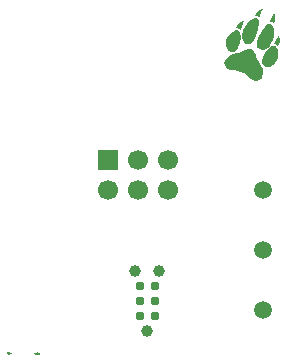
<source format=gbs>
G04 #@! TF.GenerationSoftware,KiCad,Pcbnew,9.0.2*
G04 #@! TF.CreationDate,2025-06-26T14:40:00-07:00*
G04 #@! TF.ProjectId,pawb_sao,70617762-5f73-4616-9f2e-6b696361645f,rev?*
G04 #@! TF.SameCoordinates,Original*
G04 #@! TF.FileFunction,Soldermask,Bot*
G04 #@! TF.FilePolarity,Negative*
%FSLAX46Y46*%
G04 Gerber Fmt 4.6, Leading zero omitted, Abs format (unit mm)*
G04 Created by KiCad (PCBNEW 9.0.2) date 2025-06-26 14:40:00*
%MOMM*%
%LPD*%
G01*
G04 APERTURE LIST*
%ADD10C,0.000000*%
%ADD11C,1.500000*%
%ADD12R,1.700000X1.700000*%
%ADD13C,1.700000*%
%ADD14C,0.990600*%
%ADD15C,0.787400*%
G04 APERTURE END LIST*
D10*
G36*
X160821747Y-108489350D02*
G01*
X160840934Y-108500900D01*
X160870293Y-108523738D01*
X160904773Y-108554028D01*
X160975378Y-108619395D01*
X160975378Y-108578294D01*
X160976810Y-108548785D01*
X160985639Y-108516647D01*
X161003984Y-108501983D01*
X161033523Y-108504608D01*
X161075934Y-108524338D01*
X161132898Y-108560988D01*
X161173951Y-108590509D01*
X161202634Y-108615094D01*
X161216200Y-108634949D01*
X161217180Y-108653941D01*
X161208102Y-108675934D01*
X161207960Y-108676199D01*
X161196140Y-108692617D01*
X161181525Y-108696352D01*
X161159111Y-108686613D01*
X161123900Y-108662608D01*
X161074460Y-108626734D01*
X161067625Y-108675940D01*
X161066410Y-108683338D01*
X161055218Y-108718621D01*
X161039170Y-108740955D01*
X161023085Y-108750183D01*
X160999377Y-108756705D01*
X160998130Y-108756517D01*
X160981423Y-108746324D01*
X160952879Y-108722859D01*
X160916158Y-108689296D01*
X160874922Y-108648808D01*
X160832045Y-108604991D01*
X160802933Y-108573787D01*
X160785967Y-108552473D01*
X160778952Y-108537743D01*
X160779695Y-108526292D01*
X160786004Y-108514815D01*
X160801375Y-108497507D01*
X160818769Y-108488660D01*
X160821747Y-108489350D01*
G37*
G36*
X163380367Y-108518312D02*
G01*
X163425563Y-108534259D01*
X163476272Y-108558741D01*
X163526278Y-108588768D01*
X163569364Y-108621353D01*
X163615625Y-108661841D01*
X163586198Y-108691839D01*
X163556770Y-108721836D01*
X163494688Y-108675188D01*
X163492010Y-108673179D01*
X163450904Y-108643839D01*
X163425424Y-108630172D01*
X163413770Y-108632457D01*
X163414143Y-108650971D01*
X163424747Y-108685993D01*
X163431965Y-108719482D01*
X163424996Y-108751845D01*
X163411633Y-108769969D01*
X163388698Y-108780078D01*
X163387637Y-108780023D01*
X163366828Y-108774029D01*
X163330600Y-108759552D01*
X163283752Y-108738627D01*
X163231082Y-108713286D01*
X163174580Y-108684440D01*
X163133288Y-108660712D01*
X163108839Y-108641585D01*
X163098929Y-108624584D01*
X163101250Y-108607233D01*
X163113497Y-108587056D01*
X163121671Y-108577296D01*
X163131921Y-108572741D01*
X163148207Y-108575704D01*
X163175457Y-108587175D01*
X163218600Y-108608141D01*
X163233986Y-108615694D01*
X163272546Y-108634169D01*
X163300767Y-108647029D01*
X163313402Y-108651854D01*
X163315783Y-108645133D01*
X163317051Y-108620804D01*
X163316123Y-108584828D01*
X163315877Y-108580177D01*
X163314689Y-108544402D01*
X163317650Y-108525392D01*
X163327257Y-108517225D01*
X163346009Y-108513978D01*
X163346898Y-108513887D01*
X163380367Y-108518312D01*
G37*
G36*
X183808022Y-81712851D02*
G01*
X183850187Y-81797885D01*
X183876159Y-81924960D01*
X183885120Y-82075483D01*
X183876257Y-82230858D01*
X183848752Y-82372493D01*
X183801791Y-82481792D01*
X183766344Y-82531515D01*
X183729043Y-82554713D01*
X183692389Y-82523531D01*
X183689013Y-82519437D01*
X183619910Y-82465737D01*
X183521509Y-82415851D01*
X183395052Y-82365601D01*
X183480617Y-82256822D01*
X183526099Y-82186525D01*
X183591572Y-82057806D01*
X183650253Y-81915864D01*
X183695719Y-81802518D01*
X183738464Y-81718483D01*
X183766965Y-81687938D01*
X183808022Y-81712851D01*
G37*
G36*
X180846840Y-80462161D02*
G01*
X180842064Y-80500716D01*
X180809306Y-80587853D01*
X180755501Y-80703654D01*
X180704737Y-80813857D01*
X180650382Y-80954278D01*
X180619464Y-81063110D01*
X180594439Y-81200745D01*
X180454604Y-81129453D01*
X180425061Y-81114916D01*
X180328791Y-81074426D01*
X180265920Y-81058162D01*
X180245745Y-81053566D01*
X180217070Y-81006984D01*
X180228913Y-80964460D01*
X180281256Y-80871570D01*
X180361209Y-80760908D01*
X180453133Y-80653522D01*
X180541388Y-80570464D01*
X180593431Y-80534035D01*
X180698118Y-80480381D01*
X180790846Y-80453495D01*
X180846840Y-80462161D01*
G37*
G36*
X183428198Y-79831400D02*
G01*
X183468022Y-79914631D01*
X183494392Y-80039881D01*
X183506067Y-80189162D01*
X183501804Y-80344484D01*
X183480362Y-80487858D01*
X183440498Y-80601295D01*
X183417442Y-80640931D01*
X183382056Y-80662828D01*
X183329203Y-80625337D01*
X183280585Y-80588477D01*
X183225734Y-80565326D01*
X183192072Y-80556393D01*
X183122398Y-80516935D01*
X183094988Y-80494310D01*
X183079271Y-80458234D01*
X183096614Y-80400366D01*
X183149747Y-80298950D01*
X183174404Y-80251877D01*
X183241313Y-80103998D01*
X183290502Y-79968236D01*
X183305550Y-79923384D01*
X183346994Y-79840135D01*
X183385653Y-79807117D01*
X183428198Y-79831400D01*
G37*
G36*
X182443363Y-79421341D02*
G01*
X182450486Y-79466050D01*
X182415806Y-79560669D01*
X182340055Y-79712341D01*
X182288244Y-79820185D01*
X182243527Y-79935851D01*
X182226324Y-80013156D01*
X182221327Y-80068511D01*
X182201050Y-80123037D01*
X182190087Y-80134033D01*
X182168593Y-80145066D01*
X182130639Y-80132729D01*
X182050583Y-80091679D01*
X181955591Y-80052001D01*
X181875652Y-80034813D01*
X181875483Y-80034813D01*
X181826384Y-80026353D01*
X181815513Y-79993375D01*
X181845083Y-79923679D01*
X181917304Y-79805062D01*
X181959665Y-79741043D01*
X182064429Y-79608818D01*
X182174353Y-79518197D01*
X182313010Y-79447905D01*
X182393707Y-79419398D01*
X182443363Y-79421341D01*
G37*
G36*
X180331100Y-81255220D02*
G01*
X180421926Y-81331257D01*
X180445190Y-81355916D01*
X180556883Y-81529394D01*
X180616405Y-81728818D01*
X180614834Y-81926661D01*
X180597919Y-81999673D01*
X180553977Y-82151675D01*
X180495569Y-82331555D01*
X180431353Y-82514070D01*
X180369985Y-82673979D01*
X180320122Y-82786039D01*
X180298955Y-82824187D01*
X180169324Y-82977820D01*
X180003159Y-83066346D01*
X179976661Y-83074055D01*
X179848300Y-83098297D01*
X179737786Y-83083984D01*
X179606144Y-83027281D01*
X179486971Y-82941387D01*
X179382559Y-82792515D01*
X179326156Y-82608155D01*
X179315838Y-82399525D01*
X179349677Y-82177846D01*
X179425748Y-81954337D01*
X179542124Y-81740218D01*
X179696880Y-81546710D01*
X179888088Y-81385031D01*
X180016559Y-81302116D01*
X180144268Y-81239053D01*
X180243831Y-81223953D01*
X180331100Y-81255220D01*
G37*
G36*
X181912264Y-80257221D02*
G01*
X182046249Y-80329268D01*
X182059543Y-80343626D01*
X182099149Y-80443368D01*
X182114869Y-80597564D01*
X182108650Y-80792782D01*
X182082436Y-81015590D01*
X182038176Y-81252559D01*
X181977816Y-81490254D01*
X181903301Y-81715246D01*
X181816580Y-81914102D01*
X181816216Y-81914817D01*
X181687318Y-82121985D01*
X181533520Y-82296311D01*
X181373339Y-82416793D01*
X181373290Y-82416820D01*
X181284410Y-82453118D01*
X181197012Y-82450697D01*
X181078315Y-82408652D01*
X181064981Y-82402784D01*
X180886448Y-82283604D01*
X180761402Y-82116012D01*
X180692372Y-81907406D01*
X180681887Y-81665189D01*
X180732477Y-81396759D01*
X180806790Y-81188536D01*
X180928812Y-80945434D01*
X181075624Y-80728598D01*
X181239534Y-80544280D01*
X181412847Y-80398732D01*
X181587869Y-80298205D01*
X181756906Y-80248951D01*
X181912264Y-80257221D01*
G37*
G36*
X183108002Y-80735577D02*
G01*
X183213576Y-80813258D01*
X183272863Y-80877421D01*
X183341200Y-80990000D01*
X183381528Y-81129708D01*
X183397641Y-81312160D01*
X183393335Y-81552971D01*
X183389073Y-81633216D01*
X183374606Y-81800122D01*
X183349817Y-81931430D01*
X183307970Y-82056143D01*
X183242330Y-82203267D01*
X183178641Y-82329660D01*
X183035850Y-82556531D01*
X182882067Y-82722106D01*
X182708889Y-82836354D01*
X182560965Y-82894407D01*
X182389807Y-82910746D01*
X182215629Y-82864140D01*
X182064677Y-82771026D01*
X181967374Y-82638033D01*
X181927617Y-82464499D01*
X181945280Y-82248071D01*
X182020238Y-81986399D01*
X182152366Y-81677132D01*
X182164147Y-81653102D01*
X182264596Y-81469702D01*
X182382040Y-81282107D01*
X182493450Y-81127430D01*
X182609721Y-80988121D01*
X182760039Y-80834235D01*
X182888409Y-80742935D01*
X183002004Y-80711093D01*
X183108002Y-80735577D01*
G37*
G36*
X183469605Y-82588257D02*
G01*
X183547691Y-82609620D01*
X183602062Y-82661852D01*
X183660035Y-82764132D01*
X183676997Y-82798005D01*
X183713397Y-82887527D01*
X183732646Y-82981154D01*
X183738151Y-83102686D01*
X183733322Y-83275923D01*
X183725282Y-83414261D01*
X183706006Y-83567788D01*
X183672519Y-83691014D01*
X183619098Y-83810743D01*
X183508657Y-84000325D01*
X183351809Y-84191548D01*
X183178974Y-84318233D01*
X183096472Y-84354563D01*
X182904259Y-84387240D01*
X182722042Y-84351243D01*
X182563558Y-84250826D01*
X182442545Y-84090242D01*
X182417455Y-84033196D01*
X182393011Y-83906526D01*
X182408906Y-83760020D01*
X182467435Y-83580518D01*
X182570895Y-83354860D01*
X182647818Y-83203156D01*
X182737861Y-83035884D01*
X182813435Y-82914499D01*
X182884403Y-82825353D01*
X182960627Y-82754797D01*
X183051971Y-82689186D01*
X183172657Y-82618362D01*
X183279362Y-82584909D01*
X183401146Y-82582351D01*
X183469605Y-82588257D01*
G37*
G36*
X181517653Y-82867240D02*
G01*
X181638658Y-82965194D01*
X181744444Y-83131823D01*
X181842979Y-83370699D01*
X181893858Y-83500070D01*
X181983302Y-83698604D01*
X182088475Y-83910666D01*
X182195821Y-84107933D01*
X182434832Y-84522927D01*
X182434832Y-84834795D01*
X182431810Y-84961459D01*
X182408254Y-85133635D01*
X182353359Y-85259928D01*
X182257691Y-85358195D01*
X182111818Y-85446296D01*
X182057278Y-85472241D01*
X181946375Y-85514466D01*
X181867620Y-85530762D01*
X181765847Y-85511851D01*
X181612307Y-85445962D01*
X181446358Y-85343606D01*
X181288726Y-85216051D01*
X181086590Y-85043142D01*
X180855301Y-84889992D01*
X180610459Y-84781540D01*
X180332122Y-84709251D01*
X180000349Y-84664589D01*
X179836808Y-84644760D01*
X179644682Y-84605916D01*
X179509692Y-84557552D01*
X179464999Y-84531930D01*
X179320272Y-84400249D01*
X179231591Y-84233418D01*
X179202165Y-84047432D01*
X179235205Y-83858284D01*
X179333922Y-83681968D01*
X179402265Y-83605219D01*
X179542607Y-83488304D01*
X179719594Y-83388907D01*
X179946268Y-83300285D01*
X180235671Y-83215692D01*
X180402355Y-83168623D01*
X180612488Y-83100814D01*
X180802528Y-83030989D01*
X180945545Y-82968522D01*
X180983630Y-82949717D01*
X181198107Y-82863073D01*
X181373459Y-82834390D01*
X181517653Y-82867240D01*
G37*
D11*
X182480000Y-94760000D03*
D12*
X169350002Y-92235001D03*
D13*
X169350002Y-94775001D03*
X171890002Y-92235001D03*
X171890002Y-94775001D03*
X174430003Y-92235000D03*
X174430002Y-94775001D03*
D14*
X172674000Y-106720000D03*
X171658000Y-101640000D03*
X173690000Y-101640000D03*
D15*
X172039000Y-105450000D03*
X173309000Y-105450000D03*
X172039000Y-104180000D03*
X173309000Y-104180000D03*
X172039000Y-102910000D03*
X173309000Y-102910000D03*
D11*
X182480000Y-99840000D03*
X182480000Y-104920000D03*
M02*

</source>
